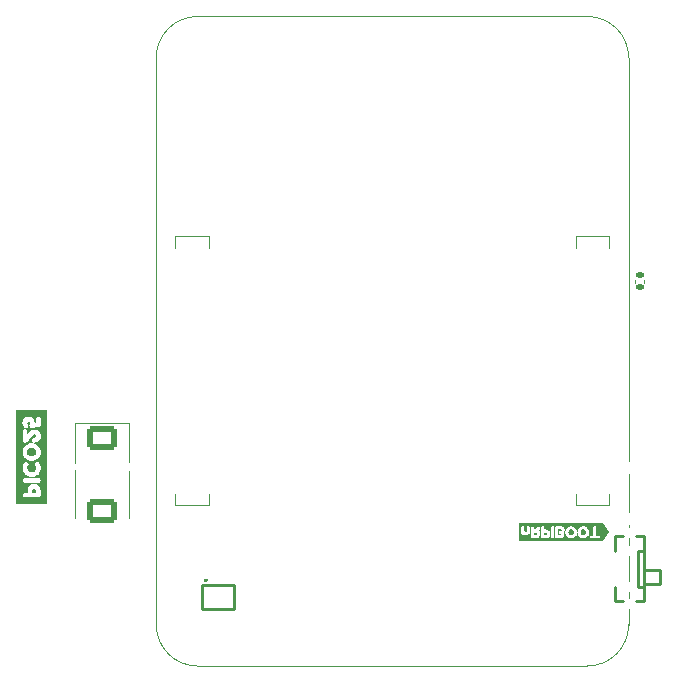
<source format=gbr>
%TF.GenerationSoftware,KiCad,Pcbnew,9.0.0*%
%TF.CreationDate,2025-03-28T16:24:44+01:00*%
%TF.ProjectId,CM5_MINIMA_2,434d355f-4d49-44e4-994d-415f322e6b69,2*%
%TF.SameCoordinates,Original*%
%TF.FileFunction,Legend,Bot*%
%TF.FilePolarity,Positive*%
%FSLAX46Y46*%
G04 Gerber Fmt 4.6, Leading zero omitted, Abs format (unit mm)*
G04 Created by KiCad (PCBNEW 9.0.0) date 2025-03-28 16:24:44*
%MOMM*%
%LPD*%
G01*
G04 APERTURE LIST*
G04 Aperture macros list*
%AMRoundRect*
0 Rectangle with rounded corners*
0 $1 Rounding radius*
0 $2 $3 $4 $5 $6 $7 $8 $9 X,Y pos of 4 corners*
0 Add a 4 corners polygon primitive as box body*
4,1,4,$2,$3,$4,$5,$6,$7,$8,$9,$2,$3,0*
0 Add four circle primitives for the rounded corners*
1,1,$1+$1,$2,$3*
1,1,$1+$1,$4,$5*
1,1,$1+$1,$6,$7*
1,1,$1+$1,$8,$9*
0 Add four rect primitives between the rounded corners*
20,1,$1+$1,$2,$3,$4,$5,0*
20,1,$1+$1,$4,$5,$6,$7,0*
20,1,$1+$1,$6,$7,$8,$9,0*
20,1,$1+$1,$8,$9,$2,$3,0*%
G04 Aperture macros list end*
%ADD10C,0.120000*%
%ADD11C,0.250000*%
%ADD12C,0.000000*%
%ADD13C,5.800000*%
%ADD14C,2.600000*%
%ADD15C,3.800000*%
%ADD16C,0.800000*%
%ADD17O,1.800000X0.860000*%
%ADD18C,1.150000*%
%ADD19C,1.650000*%
%ADD20C,1.400000*%
%ADD21C,1.000000*%
%ADD22O,1.500000X3.300000*%
%ADD23O,1.500000X2.300000*%
%ADD24C,1.200000*%
%ADD25C,2.700000*%
%ADD26R,0.700000X0.200000*%
%ADD27R,0.250000X0.680000*%
%ADD28RoundRect,0.250000X-1.025000X0.787500X-1.025000X-0.787500X1.025000X-0.787500X1.025000X0.787500X0*%
%ADD29C,0.900000*%
%ADD30R,0.700000X0.600000*%
%ADD31R,0.700000X0.900000*%
%ADD32RoundRect,0.135000X0.185000X-0.135000X0.185000X0.135000X-0.185000X0.135000X-0.185000X-0.135000X0*%
G04 APERTURE END LIST*
D10*
%TO.C,Module301*%
X12450000Y51500000D02*
X12450000Y3500000D01*
X15950000Y0D02*
X48950000Y0D01*
X48010000Y36400000D02*
X50810000Y36400000D01*
X48010000Y35400000D02*
X48010000Y36400000D01*
X48010000Y14600000D02*
X48010000Y13600000D01*
X48010000Y13600000D02*
X50810000Y13600000D01*
X48950000Y55000000D02*
X15950000Y55000000D01*
X50810000Y35400000D02*
X50810000Y36400000D01*
X50810000Y14600000D02*
X50810000Y13600000D01*
X52450000Y3500000D02*
X52450000Y51500000D01*
X12450000Y51500000D02*
G75*
G02*
X15950000Y55000000I3500000J0D01*
G01*
X15950000Y0D02*
G75*
G02*
X12450000Y3500000I0J3500000D01*
G01*
X48950000Y55000000D02*
G75*
G02*
X52450000Y51500000I1J-3499999D01*
G01*
X52450000Y3500000D02*
G75*
G02*
X48950000Y0I-3499999J-1D01*
G01*
D11*
%TO.C,D403*%
X16310000Y6880000D02*
X16310000Y4840000D01*
X19030000Y6880000D02*
X16310000Y6880000D01*
X19030000Y6880000D02*
X19030000Y4840000D01*
X19030000Y4840000D02*
X16310000Y4840000D01*
X16710000Y7260000D02*
G75*
G02*
X16590000Y7260000I-60000J0D01*
G01*
X16590000Y7260000D02*
G75*
G02*
X16710000Y7260000I60000J0D01*
G01*
D10*
%TO.C,C702*%
X5590000Y20610000D02*
X5590000Y12550000D01*
X10110000Y20610000D02*
X5590000Y20610000D01*
X10110000Y12550000D02*
X10110000Y20610000D01*
D11*
%TO.C,SW101*%
X51260000Y10970000D02*
X51930000Y10970000D01*
X51260000Y9750000D02*
X51260000Y10970000D01*
X51260000Y5470000D02*
X51260000Y6690000D01*
X51930000Y5470000D02*
X51260000Y5470000D01*
X53090000Y10970000D02*
X53760000Y10970000D01*
X53260000Y9720000D02*
X53760000Y9720000D01*
X53260000Y6720000D02*
X53260000Y9720000D01*
X53760000Y9720000D02*
X53760000Y9270000D01*
X53760000Y6970000D02*
X55060000Y6970000D01*
X53760000Y6720000D02*
X53260000Y6720000D01*
X53760000Y5470000D02*
X53090000Y5470000D01*
X53760000Y5470000D02*
X53760000Y10970000D01*
X55060000Y8170000D02*
X53760000Y8170000D01*
X55060000Y6970000D02*
X55060000Y8170000D01*
D12*
%TO.C,kibuzzard-67795592*%
G36*
X44667627Y11272060D02*
G01*
X44700531Y11193376D01*
X44669773Y11118984D01*
X44596096Y11088941D01*
X44441590Y11088941D01*
X44441590Y11297811D01*
X44598957Y11297811D01*
X44667627Y11272060D01*
G37*
G36*
X45531003Y11272060D02*
G01*
X45564622Y11193376D01*
X45533864Y11118984D01*
X45458757Y11088941D01*
X45305681Y11088941D01*
X45305681Y11297811D01*
X45460188Y11297811D01*
X45531003Y11272060D01*
G37*
G36*
X47664229Y11564442D02*
G01*
X47739873Y11510258D01*
X47790838Y11429249D01*
X47807827Y11330715D01*
X47790660Y11232897D01*
X47739158Y11151173D01*
X47663693Y11095916D01*
X47574637Y11077496D01*
X47484508Y11095916D01*
X47408685Y11151173D01*
X47357183Y11232897D01*
X47340016Y11330715D01*
X47357362Y11426567D01*
X47409401Y11508112D01*
X47485045Y11563906D01*
X47573206Y11582504D01*
X47664229Y11564442D01*
G37*
G36*
X48695703Y11564442D02*
G01*
X48771346Y11510258D01*
X48822312Y11429249D01*
X48839301Y11330715D01*
X48822133Y11232897D01*
X48770631Y11151173D01*
X48695166Y11095916D01*
X48606110Y11077496D01*
X48515982Y11095916D01*
X48440159Y11151173D01*
X48388657Y11232897D01*
X48371489Y11330715D01*
X48388836Y11426567D01*
X48440874Y11508112D01*
X48516518Y11563906D01*
X48604680Y11582504D01*
X48695703Y11564442D01*
G37*
G36*
X46716268Y11563906D02*
G01*
X46738442Y11556037D01*
X46759901Y11531717D01*
X46767770Y11486652D01*
X46749172Y11427282D01*
X46689086Y11413691D01*
X46670488Y11413691D01*
X46588943Y11388655D01*
X46564622Y11303534D01*
X46590374Y11221273D01*
X46677641Y11197668D01*
X46694808Y11197668D01*
X46729143Y11187654D01*
X46739158Y11143305D01*
X46724136Y11098956D01*
X46664766Y11087511D01*
X46491661Y11087511D01*
X46491661Y11565336D01*
X46696239Y11565336D01*
X46716268Y11563906D01*
G37*
G36*
X43959472Y12082742D02*
G01*
X44807827Y12082742D01*
X45174065Y12082742D01*
X46015266Y12082742D01*
X46360045Y12082742D01*
X47580359Y12082742D01*
X48611833Y12082742D01*
X49577498Y12082742D01*
X50015266Y12082742D01*
X50253702Y12082742D01*
X50755530Y11330000D01*
X50253702Y10577258D01*
X50015266Y10577258D01*
X43362906Y10577258D01*
X43124470Y10577258D01*
X43124470Y11696953D01*
X43362906Y11696953D01*
X43362906Y11226280D01*
X43365767Y11179070D01*
X43379358Y11141874D01*
X43418700Y11111116D01*
X43493092Y11101817D01*
X43560331Y11110401D01*
X43598957Y11134006D01*
X43614694Y11161187D01*
X43618986Y11190515D01*
X43695524Y11128999D01*
X43799243Y11101817D01*
X43884762Y11113103D01*
X43956293Y11146961D01*
X44013836Y11203391D01*
X44055959Y11277465D01*
X44081234Y11364255D01*
X44089658Y11463763D01*
X44089658Y11695522D01*
X44179787Y11695522D01*
X44179787Y10957325D01*
X44181933Y10909399D01*
X44195524Y10870057D01*
X44235581Y10837153D01*
X44311404Y10827139D01*
X44598957Y10827139D01*
X44657076Y10832861D01*
X44716983Y10850029D01*
X44776711Y10877926D01*
X44834293Y10915837D01*
X44885617Y10966445D01*
X44926568Y11032432D01*
X44953392Y11109864D01*
X44962333Y11194807D01*
X44948345Y11301944D01*
X44906381Y11394457D01*
X44836439Y11472346D01*
X44939444Y11609685D01*
X44973032Y11695522D01*
X45043879Y11695522D01*
X45043879Y10957325D01*
X45046024Y10909399D01*
X45059615Y10870057D01*
X45099673Y10837153D01*
X45175495Y10827139D01*
X45460188Y10827139D01*
X45518485Y10832861D01*
X45578929Y10850029D01*
X45639014Y10877926D01*
X45696239Y10915837D01*
X45747205Y10966445D01*
X45788514Y11032432D01*
X45815874Y11109864D01*
X45824994Y11194807D01*
X45816053Y11279392D01*
X45789229Y11355751D01*
X45748278Y11420665D01*
X45696954Y11470916D01*
X45639014Y11508827D01*
X45578213Y11536724D01*
X45517233Y11553891D01*
X45458757Y11559614D01*
X45305681Y11559614D01*
X45305681Y11696953D01*
X45885080Y11696953D01*
X45885080Y10957325D01*
X45887226Y10909399D01*
X45900817Y10870057D01*
X45940874Y10837153D01*
X46016697Y10827139D01*
X46091089Y10837153D01*
X46131146Y10870057D01*
X46144737Y10909399D01*
X46146883Y10958755D01*
X46146883Y11694092D01*
X46229859Y11694092D01*
X46229859Y10955894D01*
X46232004Y10907969D01*
X46245595Y10868627D01*
X46285653Y10835722D01*
X46361475Y10825708D01*
X46696239Y10825708D01*
X46776830Y10835802D01*
X46848838Y10866083D01*
X46912262Y10916552D01*
X46961539Y10980850D01*
X46991105Y11052620D01*
X47000960Y11131860D01*
X46989158Y11215551D01*
X46953750Y11292089D01*
X46978844Y11336438D01*
X47078213Y11336438D01*
X47087155Y11231824D01*
X47113979Y11135436D01*
X47158685Y11047275D01*
X47221275Y10967339D01*
X47296650Y10900994D01*
X47379715Y10853605D01*
X47470470Y10825172D01*
X47568914Y10815694D01*
X47669415Y10825038D01*
X47762047Y10853069D01*
X47846811Y10899787D01*
X47923707Y10965193D01*
X47987548Y11044101D01*
X48033149Y11131323D01*
X48060509Y11226862D01*
X48069630Y11330715D01*
X48069126Y11336438D01*
X48109687Y11336438D01*
X48118628Y11231824D01*
X48145452Y11135436D01*
X48190159Y11047275D01*
X48252748Y10967339D01*
X48328124Y10900994D01*
X48411189Y10853605D01*
X48501944Y10825172D01*
X48600388Y10815694D01*
X48700889Y10825038D01*
X48793521Y10853069D01*
X48878285Y10899787D01*
X48919019Y10934435D01*
X49142591Y10934435D01*
X49151175Y10872203D01*
X49179072Y10839299D01*
X49211976Y10827854D01*
X49252748Y10825708D01*
X49906540Y10825708D01*
X49947312Y10827854D01*
X49979501Y10839299D01*
X50006683Y10872918D01*
X50015266Y10935866D01*
X50006683Y10998813D01*
X49978786Y11032432D01*
X49945881Y11043877D01*
X49905109Y11046023D01*
X49707684Y11046023D01*
X49707684Y11701245D01*
X49705538Y11749170D01*
X49691947Y11787082D01*
X49651890Y11818555D01*
X49577498Y11828569D01*
X49503821Y11818555D01*
X49465195Y11786366D01*
X49452319Y11747740D01*
X49450173Y11699814D01*
X49450173Y11046023D01*
X49251318Y11046023D01*
X49210545Y11043877D01*
X49178356Y11032432D01*
X49151175Y10998813D01*
X49142591Y10934435D01*
X48919019Y10934435D01*
X48955180Y10965193D01*
X49019022Y11044101D01*
X49064622Y11131323D01*
X49091983Y11226862D01*
X49101103Y11330715D01*
X49092117Y11432781D01*
X49065159Y11527246D01*
X49020229Y11614111D01*
X48957326Y11693376D01*
X48881817Y11759408D01*
X48799065Y11806574D01*
X48709070Y11834873D01*
X48611833Y11844306D01*
X48511869Y11835007D01*
X48419415Y11807110D01*
X48334472Y11760615D01*
X48257040Y11695522D01*
X48192573Y11617285D01*
X48146525Y11531359D01*
X48118896Y11437743D01*
X48109687Y11336438D01*
X48069126Y11336438D01*
X48060644Y11432781D01*
X48033685Y11527246D01*
X47988755Y11614111D01*
X47925853Y11693376D01*
X47850343Y11759408D01*
X47767591Y11806574D01*
X47677596Y11834873D01*
X47580359Y11844306D01*
X47480395Y11835007D01*
X47387942Y11807110D01*
X47302999Y11760615D01*
X47225567Y11695522D01*
X47161100Y11617285D01*
X47115052Y11531359D01*
X47087423Y11437743D01*
X47078213Y11336438D01*
X46978844Y11336438D01*
X47010617Y11392589D01*
X47029572Y11502389D01*
X47018366Y11588385D01*
X46986654Y11665161D01*
X46934436Y11732718D01*
X46867913Y11785174D01*
X46793282Y11816648D01*
X46710545Y11827139D01*
X46360045Y11827139D01*
X46285653Y11817124D01*
X46245595Y11784220D01*
X46232004Y11744163D01*
X46229859Y11694092D01*
X46146883Y11694092D01*
X46146883Y11698383D01*
X46144737Y11747740D01*
X46131146Y11786366D01*
X46091089Y11818555D01*
X46015266Y11828569D01*
X45940874Y11818555D01*
X45900817Y11785651D01*
X45887226Y11746309D01*
X45885080Y11696953D01*
X45305681Y11696953D01*
X45303535Y11746309D01*
X45289944Y11784936D01*
X45249887Y11817124D01*
X45174065Y11827139D01*
X45099673Y11817124D01*
X45059615Y11784220D01*
X45046024Y11744878D01*
X45043879Y11695522D01*
X44973032Y11695522D01*
X44978070Y11708398D01*
X44909401Y11792804D01*
X44807827Y11832146D01*
X44727713Y11765622D01*
X44574637Y11558183D01*
X44441590Y11558183D01*
X44441590Y11696953D01*
X44439444Y11746309D01*
X44425853Y11784936D01*
X44385796Y11817124D01*
X44309973Y11827139D01*
X44235581Y11817124D01*
X44195524Y11784220D01*
X44181933Y11744878D01*
X44179787Y11695522D01*
X44089658Y11695522D01*
X44089658Y11698383D01*
X44087512Y11746309D01*
X44073921Y11784936D01*
X44034580Y11817124D01*
X43959472Y11827139D01*
X43883650Y11817124D01*
X43843592Y11784220D01*
X43830002Y11744878D01*
X43827856Y11696953D01*
X43827856Y11463763D01*
X43801389Y11387940D01*
X43726282Y11360758D01*
X43650459Y11388655D01*
X43621847Y11463763D01*
X43621847Y11698383D01*
X43619701Y11746309D01*
X43606110Y11784936D01*
X43566053Y11817124D01*
X43491661Y11827139D01*
X43417984Y11817124D01*
X43378643Y11784936D01*
X43365052Y11746309D01*
X43362906Y11696953D01*
X43124470Y11696953D01*
X43124470Y12082742D01*
X43362906Y12082742D01*
X43959472Y12082742D01*
G37*
D10*
%TO.C,R104*%
X53010000Y32713641D02*
X53010000Y32406359D01*
X53770000Y32713641D02*
X53770000Y32406359D01*
%TO.C,Module302*%
X12450000Y51500000D02*
X12450000Y3500000D01*
X14010000Y36400000D02*
X16890000Y36400000D01*
X14010000Y35400000D02*
X14010000Y36400000D01*
X14010000Y14600000D02*
X14010000Y13600000D01*
X14010000Y13600000D02*
X16890000Y13600000D01*
X15950000Y0D02*
X48950000Y0D01*
X16890000Y35400000D02*
X16890000Y36400000D01*
X16890000Y14600000D02*
X16890000Y13600000D01*
X48950000Y55000000D02*
X15950000Y55000000D01*
X52450000Y3500000D02*
X52450000Y51500000D01*
X12450000Y51500000D02*
G75*
G02*
X15950000Y55000000I3500000J0D01*
G01*
X15950000Y0D02*
G75*
G02*
X12450000Y3500000I0J3500000D01*
G01*
X48950000Y55000000D02*
G75*
G02*
X52450000Y51500000I1J-3499999D01*
G01*
X52450000Y3500000D02*
G75*
G02*
X48950000Y0I-3499999J-1D01*
G01*
D12*
%TO.C,kibuzzard-67758943*%
G36*
X2216524Y15005794D02*
G01*
X2261588Y14893133D01*
X2261588Y14663519D01*
X1948283Y14663519D01*
X1948283Y14895279D01*
X1986910Y15001502D01*
X2104936Y15051931D01*
X2216524Y15005794D01*
G37*
G36*
X2045655Y18438197D02*
G01*
X2168240Y18360944D01*
X2251127Y18247747D01*
X2278755Y18114163D01*
X2251127Y17978970D01*
X2168240Y17865236D01*
X2045655Y17787983D01*
X1898927Y17762232D01*
X1755150Y17788251D01*
X1632833Y17866309D01*
X1549142Y17979775D01*
X1521245Y18112017D01*
X1548337Y18248552D01*
X1629614Y18362017D01*
X1751127Y18438466D01*
X1898927Y18463948D01*
X2045655Y18438197D01*
G37*
G36*
X3212232Y21129185D02*
G01*
X3212232Y14270815D01*
X3212232Y13734335D01*
X587768Y13734335D01*
X587768Y14270815D01*
X587768Y14466094D01*
X1154292Y14466094D01*
X1169313Y14354506D01*
X1218670Y14294421D01*
X1277682Y14274034D01*
X1351717Y14270815D01*
X2459013Y14270815D01*
X2530901Y14274034D01*
X2589914Y14294421D01*
X2639270Y14354506D01*
X2654292Y14468240D01*
X2654292Y14895279D01*
X2645708Y14982725D01*
X2619957Y15073391D01*
X2578112Y15163519D01*
X2521245Y15249356D01*
X2445333Y15325805D01*
X2346352Y15387768D01*
X2230204Y15428809D01*
X2102790Y15442489D01*
X1975912Y15429077D01*
X1861373Y15388841D01*
X1764002Y15327414D01*
X1688627Y15250429D01*
X1631760Y15163519D01*
X1589914Y15072318D01*
X1564163Y14980848D01*
X1555579Y14893133D01*
X1555579Y14663519D01*
X1349571Y14663519D01*
X1275536Y14660300D01*
X1217597Y14639914D01*
X1169313Y14579828D01*
X1154292Y14466094D01*
X587768Y14466094D01*
X587768Y15727897D01*
X1152146Y15727897D01*
X1167167Y15616309D01*
X1216524Y15556223D01*
X1275536Y15535837D01*
X1349571Y15532618D01*
X2459013Y15532618D01*
X2530901Y15535837D01*
X2589914Y15556223D01*
X2639270Y15616309D01*
X2654292Y15730043D01*
X2639270Y15841631D01*
X2589914Y15901717D01*
X2530901Y15922103D01*
X2456867Y15925322D01*
X1347425Y15925322D01*
X1273391Y15922103D01*
X1215451Y15901717D01*
X1167167Y15841631D01*
X1152146Y15727897D01*
X587768Y15727897D01*
X587768Y16792275D01*
X1130687Y16792275D01*
X1137124Y16701341D01*
X1156438Y16604506D01*
X1191041Y16503112D01*
X1243348Y16398498D01*
X1310944Y16297908D01*
X1391416Y16208584D01*
X1490397Y16132135D01*
X1613519Y16070172D01*
X1755687Y16029131D01*
X1911803Y16015451D01*
X2062017Y16028863D01*
X2199356Y16069099D01*
X2318723Y16130258D01*
X2415021Y16206438D01*
X2493348Y16295762D01*
X2558798Y16396352D01*
X2609496Y16501502D01*
X2643562Y16604506D01*
X2662876Y16704024D01*
X2669313Y16798712D01*
X2655961Y16926514D01*
X2615904Y17058131D01*
X2549142Y17193562D01*
X2508369Y17251502D01*
X2463305Y17291202D01*
X2398927Y17311588D01*
X2278755Y17264378D01*
X2191845Y17183906D01*
X2162876Y17109871D01*
X2212232Y16993991D01*
X2221888Y16980043D01*
X2233691Y16961803D01*
X2245494Y16941416D01*
X2256223Y16912446D01*
X2264807Y16878112D01*
X2272318Y16835193D01*
X2274464Y16783691D01*
X2253004Y16661373D01*
X2189700Y16540129D01*
X2072747Y16444635D01*
X1992275Y16417275D01*
X1901073Y16408155D01*
X1783852Y16424517D01*
X1685408Y16473605D01*
X1610032Y16543079D01*
X1562017Y16620601D01*
X1527682Y16783691D01*
X1545386Y16896888D01*
X1598498Y17004721D01*
X1641416Y17112017D01*
X1610837Y17184979D01*
X1519099Y17262232D01*
X1394635Y17309442D01*
X1316309Y17279399D01*
X1250858Y17191416D01*
X1184096Y17064092D01*
X1144039Y16931044D01*
X1130687Y16792275D01*
X587768Y16792275D01*
X587768Y18122747D01*
X1128541Y18122747D01*
X1142489Y17972800D01*
X1184335Y17834120D01*
X1254077Y17706706D01*
X1351717Y17590558D01*
X1469072Y17493857D01*
X1597961Y17424785D01*
X1738385Y17383342D01*
X1890343Y17369528D01*
X2047264Y17382940D01*
X2191845Y17423176D01*
X2324088Y17490236D01*
X2443991Y17584120D01*
X2543509Y17697183D01*
X2614592Y17821781D01*
X2657242Y17957913D01*
X2671459Y18105579D01*
X2657444Y18256330D01*
X2615397Y18395279D01*
X2545319Y18522425D01*
X2447210Y18637768D01*
X2328849Y18733530D01*
X2198015Y18801931D01*
X2054708Y18842972D01*
X1898927Y18856652D01*
X1745829Y18843173D01*
X1604131Y18802736D01*
X1473833Y18735341D01*
X1354936Y18640987D01*
X1255888Y18527723D01*
X1185139Y18403594D01*
X1142690Y18268602D01*
X1128541Y18122747D01*
X587768Y18122747D01*
X587768Y19112017D01*
X587768Y19886695D01*
X1147854Y19886695D01*
X1147854Y19112017D01*
X1206867Y18974678D01*
X1347425Y18916738D01*
X1456330Y18936052D01*
X1555579Y18993991D01*
X1632028Y19068562D01*
X1711159Y19172103D01*
X1784925Y19285300D01*
X1845279Y19388841D01*
X1905365Y19481921D01*
X1978326Y19563734D01*
X2058798Y19620869D01*
X2141416Y19639914D01*
X2198283Y19632403D01*
X2254077Y19585193D01*
X2283047Y19476824D01*
X2238519Y19351288D01*
X2104936Y19309442D01*
X2036266Y19306223D01*
X1981545Y19285837D01*
X1936481Y19225751D01*
X1922532Y19112017D01*
X1937554Y19000429D01*
X1986910Y18940343D01*
X2045923Y18919957D01*
X2119957Y18916738D01*
X2257058Y18933906D01*
X2385098Y18985408D01*
X2504077Y19071245D01*
X2599452Y19184740D01*
X2656676Y19319218D01*
X2675751Y19474678D01*
X2657392Y19622747D01*
X2602313Y19755079D01*
X2510515Y19871674D01*
X2392489Y19962279D01*
X2258727Y20016643D01*
X2109227Y20034764D01*
X2000858Y20024303D01*
X1898927Y19992918D01*
X1807725Y19944367D01*
X1731545Y19882403D01*
X1618884Y19751502D01*
X1542704Y19622747D01*
X1542704Y19890987D01*
X1538412Y19965021D01*
X1516953Y20022961D01*
X1456867Y20071245D01*
X1343133Y20086266D01*
X1232618Y20071245D01*
X1173605Y20021888D01*
X1152146Y19960730D01*
X1147854Y19886695D01*
X587768Y19886695D01*
X587768Y20607725D01*
X1124249Y20607725D01*
X1133637Y20491845D01*
X1161803Y20384549D01*
X1235837Y20238627D01*
X1274464Y20193562D01*
X1405365Y20112017D01*
X1551288Y20191416D01*
X1624249Y20324464D01*
X1553433Y20470386D01*
X1519099Y20594850D01*
X1551288Y20697854D01*
X1641416Y20734335D01*
X1730472Y20695708D01*
X1765880Y20601288D01*
X1735837Y20517597D01*
X1684335Y20397425D01*
X1727253Y20257940D01*
X1791631Y20162446D01*
X1853863Y20135622D01*
X2463305Y20215021D01*
X2523391Y20225751D01*
X2582403Y20250429D01*
X2639270Y20310515D01*
X2658584Y20412446D01*
X2656438Y20903863D01*
X2652146Y20977897D01*
X2631760Y21035837D01*
X2571674Y21084120D01*
X2454721Y21099142D01*
X2347425Y21085193D01*
X2290558Y21039056D01*
X2271245Y20983262D01*
X2268026Y20914592D01*
X2268026Y20584120D01*
X2154292Y20569099D01*
X2158584Y20605579D01*
X2158584Y20616309D01*
X2141774Y20746733D01*
X2091345Y20866190D01*
X2007296Y20974678D01*
X1901073Y21060515D01*
X1784120Y21112017D01*
X1656438Y21129185D01*
X1514211Y21112494D01*
X1387959Y21062423D01*
X1277682Y20978970D01*
X1192442Y20870959D01*
X1141297Y20747210D01*
X1124249Y20607725D01*
X587768Y20607725D01*
X587768Y21129185D01*
X587768Y21665665D01*
X3212232Y21665665D01*
X3212232Y21129185D01*
G37*
%TD*%
%LPC*%
D13*
%TO.C,M701*%
X35310000Y22160000D03*
%TD*%
D14*
%TO.C,H101*%
X2450000Y24100000D03*
D15*
X2450000Y24100000D03*
%TD*%
D16*
%TO.C,J101*%
X11430000Y30400000D03*
X4270000Y30400000D03*
D17*
X10900000Y28370000D03*
X10900000Y32430000D03*
X4800000Y28370000D03*
X4800000Y32430000D03*
%TD*%
D18*
%TO.C,J701*%
X25300000Y50375000D03*
D19*
X45300000Y50375000D03*
%TD*%
D20*
%TO.C,T401*%
X15770000Y41480000D03*
X15770000Y48480000D03*
%TD*%
D21*
%TO.C,TP105*%
X11130000Y22530000D03*
%TD*%
D22*
%TO.C,J501*%
X28050000Y9500000D03*
X13550000Y9500000D03*
D23*
X13550000Y3540000D03*
X28050000Y3540000D03*
%TD*%
D16*
%TO.C,USB701*%
X11430000Y18850000D03*
X4270000Y18850000D03*
D17*
X10900000Y16820000D03*
X10900000Y20880000D03*
X4800000Y16820000D03*
X4800000Y20880000D03*
%TD*%
D24*
%TO.C,SW501*%
X52750000Y16740000D03*
X52750000Y12440000D03*
%TD*%
D21*
%TO.C,TP104*%
X52490000Y54890000D03*
%TD*%
%TO.C,TP106*%
X42750000Y21200000D03*
%TD*%
D25*
%TO.C,Module301*%
X48950000Y3500000D03*
X48950000Y51500000D03*
D26*
X50990000Y34800000D03*
X47910000Y34800000D03*
X50990000Y34400000D03*
X47910000Y34400000D03*
X50990000Y34000000D03*
X47910000Y34000000D03*
X50990000Y33600000D03*
X47910000Y33600000D03*
X50990000Y33200000D03*
X47910000Y33200000D03*
X50990000Y32800000D03*
X47910000Y32800000D03*
X50990000Y32400000D03*
X47910000Y32400000D03*
X50990000Y32000000D03*
X47910000Y32000000D03*
X50990000Y31600000D03*
X47910000Y31600000D03*
X50990000Y31200000D03*
X47910000Y31200000D03*
X50990000Y30800000D03*
X47910000Y30800000D03*
X50990000Y30400000D03*
X47910000Y30400000D03*
X50990000Y30000000D03*
X47910000Y30000000D03*
X50990000Y29600000D03*
X47910000Y29600000D03*
X50990000Y29200000D03*
X47910000Y29200000D03*
X50990000Y28800000D03*
X47910000Y28800000D03*
X50990000Y28400000D03*
X47910000Y28400000D03*
X50990000Y28000000D03*
X47910000Y28000000D03*
X50990000Y27600000D03*
X47910000Y27600000D03*
X50990000Y27200000D03*
X47910000Y27200000D03*
X50990000Y26800000D03*
X47910000Y26800000D03*
X50990000Y26400000D03*
X47910000Y26400000D03*
X50990000Y26000000D03*
X47910000Y26000000D03*
X50990000Y25600000D03*
X47910000Y25600000D03*
X50990000Y25200000D03*
X47910000Y25200000D03*
X50990000Y24800000D03*
X47910000Y24800000D03*
X50990000Y24400000D03*
X47910000Y24400000D03*
X50990000Y24000000D03*
X47910000Y24000000D03*
X50990000Y23600000D03*
X47910000Y23600000D03*
X50990000Y23200000D03*
X47910000Y23200000D03*
X50990000Y22800000D03*
X47910000Y22800000D03*
X50990000Y22400000D03*
X47910000Y22400000D03*
X50990000Y22000000D03*
X47910000Y22000000D03*
X50990000Y21600000D03*
X47910000Y21600000D03*
X50990000Y21200000D03*
X47910000Y21200000D03*
X50990000Y20800000D03*
X47910000Y20800000D03*
X50990000Y20400000D03*
X47910000Y20400000D03*
X50990000Y20000000D03*
X47910000Y20000000D03*
X50990000Y19600000D03*
X47910000Y19600000D03*
X50990000Y19200000D03*
X47910000Y19200000D03*
X50990000Y18800000D03*
X47910000Y18800000D03*
X50990000Y18400000D03*
X47910000Y18400000D03*
X50990000Y18000000D03*
X47910000Y18000000D03*
X50990000Y17600000D03*
X47910000Y17600000D03*
X50990000Y17200000D03*
X47910000Y17200000D03*
X50990000Y16800000D03*
X47910000Y16800000D03*
X50990000Y16400000D03*
X47910000Y16400000D03*
X50990000Y16000000D03*
X47910000Y16000000D03*
X50990000Y15600000D03*
X47910000Y15600000D03*
X50990000Y15200000D03*
X47910000Y15200000D03*
%TD*%
D27*
%TO.C,D403*%
X16670000Y6290000D03*
X17170000Y6290000D03*
X17670000Y6290000D03*
X18170000Y6290000D03*
X18670000Y6290000D03*
X18670000Y5430000D03*
X18170000Y5430000D03*
X17670000Y5430000D03*
X17170000Y5430000D03*
X16670000Y5430000D03*
%TD*%
D28*
%TO.C,C702*%
X7850000Y19312500D03*
X7850000Y13087500D03*
%TD*%
D29*
%TO.C,SW101*%
X52440000Y9720000D03*
X52440000Y6720000D03*
D30*
X51250000Y9220000D03*
X51250000Y7220000D03*
D31*
X52510000Y5220000D03*
X52510000Y11220000D03*
D30*
X51250000Y8220000D03*
%TD*%
D32*
%TO.C,R104*%
X53390000Y32050000D03*
X53390000Y33070000D03*
%TD*%
D25*
%TO.C,Module302*%
X48950000Y3500000D03*
X48950000Y51500000D03*
D26*
X16990000Y34800000D03*
X13910000Y34800000D03*
X16990000Y34400000D03*
X13910000Y34400000D03*
X16990000Y34000000D03*
X13910000Y34000000D03*
X16990000Y33600000D03*
X13910000Y33600000D03*
X16990000Y33200000D03*
X13910000Y33200000D03*
X16990000Y32800000D03*
X13910000Y32800000D03*
X16990000Y32400000D03*
X13910000Y32400000D03*
X16990000Y32000000D03*
X13910000Y32000000D03*
X16990000Y31600000D03*
X13910000Y31600000D03*
X16990000Y31200000D03*
X13910000Y31200000D03*
X16990000Y30800000D03*
X13910000Y30800000D03*
X16990000Y30400000D03*
X13910000Y30400000D03*
X16990000Y30000000D03*
X13910000Y30000000D03*
X16990000Y29600000D03*
X13910000Y29600000D03*
X16990000Y29200000D03*
X13910000Y29200000D03*
X16990000Y28800000D03*
X13910000Y28800000D03*
X16990000Y28400000D03*
X13910000Y28400000D03*
X16990000Y28000000D03*
X13910000Y28000000D03*
X16990000Y27600000D03*
X13910000Y27600000D03*
X16990000Y27200000D03*
X13910000Y27200000D03*
X16990000Y26800000D03*
X13910000Y26800000D03*
X16990000Y26400000D03*
X13910000Y26400000D03*
X16990000Y26000000D03*
X13910000Y26000000D03*
X16990000Y25600000D03*
X13910000Y25600000D03*
X16990000Y25200000D03*
X13910000Y25200000D03*
X16990000Y24800000D03*
X13910000Y24800000D03*
X16990000Y24400000D03*
X13910000Y24400000D03*
X16990000Y24000000D03*
X13910000Y24000000D03*
X16990000Y23600000D03*
X13910000Y23600000D03*
X16990000Y23200000D03*
X13910000Y23200000D03*
X16990000Y22800000D03*
X13910000Y22800000D03*
X16990000Y22400000D03*
X13910000Y22400000D03*
X16990000Y22000000D03*
X13910000Y22000000D03*
X16990000Y21600000D03*
X13910000Y21600000D03*
X16990000Y21200000D03*
X13910000Y21200000D03*
X16990000Y20800000D03*
X13910000Y20800000D03*
X16990000Y20400000D03*
X13910000Y20400000D03*
X16990000Y20000000D03*
X13910000Y20000000D03*
X16990000Y19600000D03*
X13910000Y19600000D03*
X16990000Y19200000D03*
X13910000Y19200000D03*
X16990000Y18800000D03*
X13910000Y18800000D03*
X16990000Y18400000D03*
X13910000Y18400000D03*
X16990000Y18000000D03*
X13910000Y18000000D03*
X16990000Y17600000D03*
X13910000Y17600000D03*
X16990000Y17200000D03*
X13910000Y17200000D03*
X16990000Y16800000D03*
X13910000Y16800000D03*
X16990000Y16400000D03*
X13910000Y16400000D03*
X16990000Y16000000D03*
X13910000Y16000000D03*
X16990000Y15600000D03*
X13910000Y15600000D03*
X16990000Y15200000D03*
X13910000Y15200000D03*
%TD*%
%LPD*%
M02*

</source>
